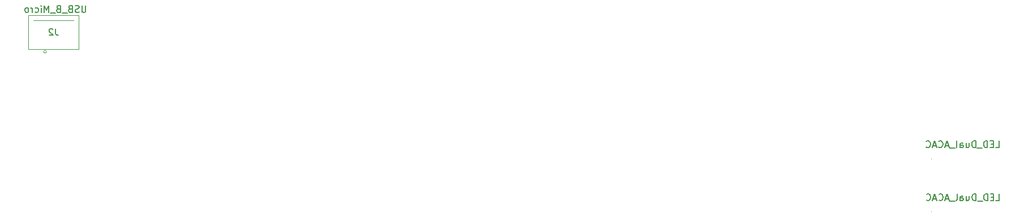
<source format=gbr>
%TF.GenerationSoftware,KiCad,Pcbnew,7.0.2-0*%
%TF.CreationDate,2023-12-20T15:00:36+01:00*%
%TF.ProjectId,A500KBMini,41353030-4b42-44d6-996e-692e6b696361,3*%
%TF.SameCoordinates,Original*%
%TF.FileFunction,AssemblyDrawing,Bot*%
%FSLAX46Y46*%
G04 Gerber Fmt 4.6, Leading zero omitted, Abs format (unit mm)*
G04 Created by KiCad (PCBNEW 7.0.2-0) date 2023-12-20 15:00:36*
%MOMM*%
%LPD*%
G01*
G04 APERTURE LIST*
%ADD10C,0.150000*%
%ADD11C,0.100000*%
G04 APERTURE END LIST*
D10*
%TO.C,J2*%
X324773809Y-220512619D02*
X324773809Y-221322142D01*
X324773809Y-221322142D02*
X324726190Y-221417380D01*
X324726190Y-221417380D02*
X324678571Y-221465000D01*
X324678571Y-221465000D02*
X324583333Y-221512619D01*
X324583333Y-221512619D02*
X324392857Y-221512619D01*
X324392857Y-221512619D02*
X324297619Y-221465000D01*
X324297619Y-221465000D02*
X324250000Y-221417380D01*
X324250000Y-221417380D02*
X324202381Y-221322142D01*
X324202381Y-221322142D02*
X324202381Y-220512619D01*
X323773809Y-221465000D02*
X323630952Y-221512619D01*
X323630952Y-221512619D02*
X323392857Y-221512619D01*
X323392857Y-221512619D02*
X323297619Y-221465000D01*
X323297619Y-221465000D02*
X323250000Y-221417380D01*
X323250000Y-221417380D02*
X323202381Y-221322142D01*
X323202381Y-221322142D02*
X323202381Y-221226904D01*
X323202381Y-221226904D02*
X323250000Y-221131666D01*
X323250000Y-221131666D02*
X323297619Y-221084047D01*
X323297619Y-221084047D02*
X323392857Y-221036428D01*
X323392857Y-221036428D02*
X323583333Y-220988809D01*
X323583333Y-220988809D02*
X323678571Y-220941190D01*
X323678571Y-220941190D02*
X323726190Y-220893571D01*
X323726190Y-220893571D02*
X323773809Y-220798333D01*
X323773809Y-220798333D02*
X323773809Y-220703095D01*
X323773809Y-220703095D02*
X323726190Y-220607857D01*
X323726190Y-220607857D02*
X323678571Y-220560238D01*
X323678571Y-220560238D02*
X323583333Y-220512619D01*
X323583333Y-220512619D02*
X323345238Y-220512619D01*
X323345238Y-220512619D02*
X323202381Y-220560238D01*
X322440476Y-220988809D02*
X322297619Y-221036428D01*
X322297619Y-221036428D02*
X322250000Y-221084047D01*
X322250000Y-221084047D02*
X322202381Y-221179285D01*
X322202381Y-221179285D02*
X322202381Y-221322142D01*
X322202381Y-221322142D02*
X322250000Y-221417380D01*
X322250000Y-221417380D02*
X322297619Y-221465000D01*
X322297619Y-221465000D02*
X322392857Y-221512619D01*
X322392857Y-221512619D02*
X322773809Y-221512619D01*
X322773809Y-221512619D02*
X322773809Y-220512619D01*
X322773809Y-220512619D02*
X322440476Y-220512619D01*
X322440476Y-220512619D02*
X322345238Y-220560238D01*
X322345238Y-220560238D02*
X322297619Y-220607857D01*
X322297619Y-220607857D02*
X322250000Y-220703095D01*
X322250000Y-220703095D02*
X322250000Y-220798333D01*
X322250000Y-220798333D02*
X322297619Y-220893571D01*
X322297619Y-220893571D02*
X322345238Y-220941190D01*
X322345238Y-220941190D02*
X322440476Y-220988809D01*
X322440476Y-220988809D02*
X322773809Y-220988809D01*
X322011905Y-221607857D02*
X321250000Y-221607857D01*
X320678571Y-220988809D02*
X320535714Y-221036428D01*
X320535714Y-221036428D02*
X320488095Y-221084047D01*
X320488095Y-221084047D02*
X320440476Y-221179285D01*
X320440476Y-221179285D02*
X320440476Y-221322142D01*
X320440476Y-221322142D02*
X320488095Y-221417380D01*
X320488095Y-221417380D02*
X320535714Y-221465000D01*
X320535714Y-221465000D02*
X320630952Y-221512619D01*
X320630952Y-221512619D02*
X321011904Y-221512619D01*
X321011904Y-221512619D02*
X321011904Y-220512619D01*
X321011904Y-220512619D02*
X320678571Y-220512619D01*
X320678571Y-220512619D02*
X320583333Y-220560238D01*
X320583333Y-220560238D02*
X320535714Y-220607857D01*
X320535714Y-220607857D02*
X320488095Y-220703095D01*
X320488095Y-220703095D02*
X320488095Y-220798333D01*
X320488095Y-220798333D02*
X320535714Y-220893571D01*
X320535714Y-220893571D02*
X320583333Y-220941190D01*
X320583333Y-220941190D02*
X320678571Y-220988809D01*
X320678571Y-220988809D02*
X321011904Y-220988809D01*
X320250000Y-221607857D02*
X319488095Y-221607857D01*
X319249999Y-221512619D02*
X319249999Y-220512619D01*
X319249999Y-220512619D02*
X318916666Y-221226904D01*
X318916666Y-221226904D02*
X318583333Y-220512619D01*
X318583333Y-220512619D02*
X318583333Y-221512619D01*
X318107142Y-221512619D02*
X318107142Y-220845952D01*
X318107142Y-220512619D02*
X318154761Y-220560238D01*
X318154761Y-220560238D02*
X318107142Y-220607857D01*
X318107142Y-220607857D02*
X318059523Y-220560238D01*
X318059523Y-220560238D02*
X318107142Y-220512619D01*
X318107142Y-220512619D02*
X318107142Y-220607857D01*
X317202381Y-221465000D02*
X317297619Y-221512619D01*
X317297619Y-221512619D02*
X317488095Y-221512619D01*
X317488095Y-221512619D02*
X317583333Y-221465000D01*
X317583333Y-221465000D02*
X317630952Y-221417380D01*
X317630952Y-221417380D02*
X317678571Y-221322142D01*
X317678571Y-221322142D02*
X317678571Y-221036428D01*
X317678571Y-221036428D02*
X317630952Y-220941190D01*
X317630952Y-220941190D02*
X317583333Y-220893571D01*
X317583333Y-220893571D02*
X317488095Y-220845952D01*
X317488095Y-220845952D02*
X317297619Y-220845952D01*
X317297619Y-220845952D02*
X317202381Y-220893571D01*
X316773809Y-221512619D02*
X316773809Y-220845952D01*
X316773809Y-221036428D02*
X316726190Y-220941190D01*
X316726190Y-220941190D02*
X316678571Y-220893571D01*
X316678571Y-220893571D02*
X316583333Y-220845952D01*
X316583333Y-220845952D02*
X316488095Y-220845952D01*
X316011904Y-221512619D02*
X316107142Y-221465000D01*
X316107142Y-221465000D02*
X316154761Y-221417380D01*
X316154761Y-221417380D02*
X316202380Y-221322142D01*
X316202380Y-221322142D02*
X316202380Y-221036428D01*
X316202380Y-221036428D02*
X316154761Y-220941190D01*
X316154761Y-220941190D02*
X316107142Y-220893571D01*
X316107142Y-220893571D02*
X316011904Y-220845952D01*
X316011904Y-220845952D02*
X315869047Y-220845952D01*
X315869047Y-220845952D02*
X315773809Y-220893571D01*
X315773809Y-220893571D02*
X315726190Y-220941190D01*
X315726190Y-220941190D02*
X315678571Y-221036428D01*
X315678571Y-221036428D02*
X315678571Y-221322142D01*
X315678571Y-221322142D02*
X315726190Y-221417380D01*
X315726190Y-221417380D02*
X315773809Y-221465000D01*
X315773809Y-221465000D02*
X315869047Y-221512619D01*
X315869047Y-221512619D02*
X316011904Y-221512619D01*
X320283333Y-223962619D02*
X320283333Y-224676904D01*
X320283333Y-224676904D02*
X320330952Y-224819761D01*
X320330952Y-224819761D02*
X320426190Y-224915000D01*
X320426190Y-224915000D02*
X320569047Y-224962619D01*
X320569047Y-224962619D02*
X320664285Y-224962619D01*
X319854761Y-224057857D02*
X319807142Y-224010238D01*
X319807142Y-224010238D02*
X319711904Y-223962619D01*
X319711904Y-223962619D02*
X319473809Y-223962619D01*
X319473809Y-223962619D02*
X319378571Y-224010238D01*
X319378571Y-224010238D02*
X319330952Y-224057857D01*
X319330952Y-224057857D02*
X319283333Y-224153095D01*
X319283333Y-224153095D02*
X319283333Y-224248333D01*
X319283333Y-224248333D02*
X319330952Y-224391190D01*
X319330952Y-224391190D02*
X319902380Y-224962619D01*
X319902380Y-224962619D02*
X319283333Y-224962619D01*
%TO.C,D4*%
X460907972Y-249721019D02*
X461384162Y-249721019D01*
X461384162Y-249721019D02*
X461384162Y-248721019D01*
X460574638Y-249197209D02*
X460241305Y-249197209D01*
X460098448Y-249721019D02*
X460574638Y-249721019D01*
X460574638Y-249721019D02*
X460574638Y-248721019D01*
X460574638Y-248721019D02*
X460098448Y-248721019D01*
X459669876Y-249721019D02*
X459669876Y-248721019D01*
X459669876Y-248721019D02*
X459431781Y-248721019D01*
X459431781Y-248721019D02*
X459288924Y-248768638D01*
X459288924Y-248768638D02*
X459193686Y-248863876D01*
X459193686Y-248863876D02*
X459146067Y-248959114D01*
X459146067Y-248959114D02*
X459098448Y-249149590D01*
X459098448Y-249149590D02*
X459098448Y-249292447D01*
X459098448Y-249292447D02*
X459146067Y-249482923D01*
X459146067Y-249482923D02*
X459193686Y-249578161D01*
X459193686Y-249578161D02*
X459288924Y-249673400D01*
X459288924Y-249673400D02*
X459431781Y-249721019D01*
X459431781Y-249721019D02*
X459669876Y-249721019D01*
X458907972Y-249816257D02*
X458146067Y-249816257D01*
X457907971Y-249721019D02*
X457907971Y-248721019D01*
X457907971Y-248721019D02*
X457669876Y-248721019D01*
X457669876Y-248721019D02*
X457527019Y-248768638D01*
X457527019Y-248768638D02*
X457431781Y-248863876D01*
X457431781Y-248863876D02*
X457384162Y-248959114D01*
X457384162Y-248959114D02*
X457336543Y-249149590D01*
X457336543Y-249149590D02*
X457336543Y-249292447D01*
X457336543Y-249292447D02*
X457384162Y-249482923D01*
X457384162Y-249482923D02*
X457431781Y-249578161D01*
X457431781Y-249578161D02*
X457527019Y-249673400D01*
X457527019Y-249673400D02*
X457669876Y-249721019D01*
X457669876Y-249721019D02*
X457907971Y-249721019D01*
X456479400Y-249054352D02*
X456479400Y-249721019D01*
X456907971Y-249054352D02*
X456907971Y-249578161D01*
X456907971Y-249578161D02*
X456860352Y-249673400D01*
X456860352Y-249673400D02*
X456765114Y-249721019D01*
X456765114Y-249721019D02*
X456622257Y-249721019D01*
X456622257Y-249721019D02*
X456527019Y-249673400D01*
X456527019Y-249673400D02*
X456479400Y-249625780D01*
X455574638Y-249721019D02*
X455574638Y-249197209D01*
X455574638Y-249197209D02*
X455622257Y-249101971D01*
X455622257Y-249101971D02*
X455717495Y-249054352D01*
X455717495Y-249054352D02*
X455907971Y-249054352D01*
X455907971Y-249054352D02*
X456003209Y-249101971D01*
X455574638Y-249673400D02*
X455669876Y-249721019D01*
X455669876Y-249721019D02*
X455907971Y-249721019D01*
X455907971Y-249721019D02*
X456003209Y-249673400D01*
X456003209Y-249673400D02*
X456050828Y-249578161D01*
X456050828Y-249578161D02*
X456050828Y-249482923D01*
X456050828Y-249482923D02*
X456003209Y-249387685D01*
X456003209Y-249387685D02*
X455907971Y-249340066D01*
X455907971Y-249340066D02*
X455669876Y-249340066D01*
X455669876Y-249340066D02*
X455574638Y-249292447D01*
X454955590Y-249721019D02*
X455050828Y-249673400D01*
X455050828Y-249673400D02*
X455098447Y-249578161D01*
X455098447Y-249578161D02*
X455098447Y-248721019D01*
X454812733Y-249816257D02*
X454050828Y-249816257D01*
X453860351Y-249435304D02*
X453384161Y-249435304D01*
X453955589Y-249721019D02*
X453622256Y-248721019D01*
X453622256Y-248721019D02*
X453288923Y-249721019D01*
X452384161Y-249625780D02*
X452431780Y-249673400D01*
X452431780Y-249673400D02*
X452574637Y-249721019D01*
X452574637Y-249721019D02*
X452669875Y-249721019D01*
X452669875Y-249721019D02*
X452812732Y-249673400D01*
X452812732Y-249673400D02*
X452907970Y-249578161D01*
X452907970Y-249578161D02*
X452955589Y-249482923D01*
X452955589Y-249482923D02*
X453003208Y-249292447D01*
X453003208Y-249292447D02*
X453003208Y-249149590D01*
X453003208Y-249149590D02*
X452955589Y-248959114D01*
X452955589Y-248959114D02*
X452907970Y-248863876D01*
X452907970Y-248863876D02*
X452812732Y-248768638D01*
X452812732Y-248768638D02*
X452669875Y-248721019D01*
X452669875Y-248721019D02*
X452574637Y-248721019D01*
X452574637Y-248721019D02*
X452431780Y-248768638D01*
X452431780Y-248768638D02*
X452384161Y-248816257D01*
X452003208Y-249435304D02*
X451527018Y-249435304D01*
X452098446Y-249721019D02*
X451765113Y-248721019D01*
X451765113Y-248721019D02*
X451431780Y-249721019D01*
X450527018Y-249625780D02*
X450574637Y-249673400D01*
X450574637Y-249673400D02*
X450717494Y-249721019D01*
X450717494Y-249721019D02*
X450812732Y-249721019D01*
X450812732Y-249721019D02*
X450955589Y-249673400D01*
X450955589Y-249673400D02*
X451050827Y-249578161D01*
X451050827Y-249578161D02*
X451098446Y-249482923D01*
X451098446Y-249482923D02*
X451146065Y-249292447D01*
X451146065Y-249292447D02*
X451146065Y-249149590D01*
X451146065Y-249149590D02*
X451098446Y-248959114D01*
X451098446Y-248959114D02*
X451050827Y-248863876D01*
X451050827Y-248863876D02*
X450955589Y-248768638D01*
X450955589Y-248768638D02*
X450812732Y-248721019D01*
X450812732Y-248721019D02*
X450717494Y-248721019D01*
X450717494Y-248721019D02*
X450574637Y-248768638D01*
X450574637Y-248768638D02*
X450527018Y-248816257D01*
%TO.C,D3*%
X460879812Y-241783519D02*
X461356002Y-241783519D01*
X461356002Y-241783519D02*
X461356002Y-240783519D01*
X460546478Y-241259709D02*
X460213145Y-241259709D01*
X460070288Y-241783519D02*
X460546478Y-241783519D01*
X460546478Y-241783519D02*
X460546478Y-240783519D01*
X460546478Y-240783519D02*
X460070288Y-240783519D01*
X459641716Y-241783519D02*
X459641716Y-240783519D01*
X459641716Y-240783519D02*
X459403621Y-240783519D01*
X459403621Y-240783519D02*
X459260764Y-240831138D01*
X459260764Y-240831138D02*
X459165526Y-240926376D01*
X459165526Y-240926376D02*
X459117907Y-241021614D01*
X459117907Y-241021614D02*
X459070288Y-241212090D01*
X459070288Y-241212090D02*
X459070288Y-241354947D01*
X459070288Y-241354947D02*
X459117907Y-241545423D01*
X459117907Y-241545423D02*
X459165526Y-241640661D01*
X459165526Y-241640661D02*
X459260764Y-241735900D01*
X459260764Y-241735900D02*
X459403621Y-241783519D01*
X459403621Y-241783519D02*
X459641716Y-241783519D01*
X458879812Y-241878757D02*
X458117907Y-241878757D01*
X457879811Y-241783519D02*
X457879811Y-240783519D01*
X457879811Y-240783519D02*
X457641716Y-240783519D01*
X457641716Y-240783519D02*
X457498859Y-240831138D01*
X457498859Y-240831138D02*
X457403621Y-240926376D01*
X457403621Y-240926376D02*
X457356002Y-241021614D01*
X457356002Y-241021614D02*
X457308383Y-241212090D01*
X457308383Y-241212090D02*
X457308383Y-241354947D01*
X457308383Y-241354947D02*
X457356002Y-241545423D01*
X457356002Y-241545423D02*
X457403621Y-241640661D01*
X457403621Y-241640661D02*
X457498859Y-241735900D01*
X457498859Y-241735900D02*
X457641716Y-241783519D01*
X457641716Y-241783519D02*
X457879811Y-241783519D01*
X456451240Y-241116852D02*
X456451240Y-241783519D01*
X456879811Y-241116852D02*
X456879811Y-241640661D01*
X456879811Y-241640661D02*
X456832192Y-241735900D01*
X456832192Y-241735900D02*
X456736954Y-241783519D01*
X456736954Y-241783519D02*
X456594097Y-241783519D01*
X456594097Y-241783519D02*
X456498859Y-241735900D01*
X456498859Y-241735900D02*
X456451240Y-241688280D01*
X455546478Y-241783519D02*
X455546478Y-241259709D01*
X455546478Y-241259709D02*
X455594097Y-241164471D01*
X455594097Y-241164471D02*
X455689335Y-241116852D01*
X455689335Y-241116852D02*
X455879811Y-241116852D01*
X455879811Y-241116852D02*
X455975049Y-241164471D01*
X455546478Y-241735900D02*
X455641716Y-241783519D01*
X455641716Y-241783519D02*
X455879811Y-241783519D01*
X455879811Y-241783519D02*
X455975049Y-241735900D01*
X455975049Y-241735900D02*
X456022668Y-241640661D01*
X456022668Y-241640661D02*
X456022668Y-241545423D01*
X456022668Y-241545423D02*
X455975049Y-241450185D01*
X455975049Y-241450185D02*
X455879811Y-241402566D01*
X455879811Y-241402566D02*
X455641716Y-241402566D01*
X455641716Y-241402566D02*
X455546478Y-241354947D01*
X454927430Y-241783519D02*
X455022668Y-241735900D01*
X455022668Y-241735900D02*
X455070287Y-241640661D01*
X455070287Y-241640661D02*
X455070287Y-240783519D01*
X454784573Y-241878757D02*
X454022668Y-241878757D01*
X453832191Y-241497804D02*
X453356001Y-241497804D01*
X453927429Y-241783519D02*
X453594096Y-240783519D01*
X453594096Y-240783519D02*
X453260763Y-241783519D01*
X452356001Y-241688280D02*
X452403620Y-241735900D01*
X452403620Y-241735900D02*
X452546477Y-241783519D01*
X452546477Y-241783519D02*
X452641715Y-241783519D01*
X452641715Y-241783519D02*
X452784572Y-241735900D01*
X452784572Y-241735900D02*
X452879810Y-241640661D01*
X452879810Y-241640661D02*
X452927429Y-241545423D01*
X452927429Y-241545423D02*
X452975048Y-241354947D01*
X452975048Y-241354947D02*
X452975048Y-241212090D01*
X452975048Y-241212090D02*
X452927429Y-241021614D01*
X452927429Y-241021614D02*
X452879810Y-240926376D01*
X452879810Y-240926376D02*
X452784572Y-240831138D01*
X452784572Y-240831138D02*
X452641715Y-240783519D01*
X452641715Y-240783519D02*
X452546477Y-240783519D01*
X452546477Y-240783519D02*
X452403620Y-240831138D01*
X452403620Y-240831138D02*
X452356001Y-240878757D01*
X451975048Y-241497804D02*
X451498858Y-241497804D01*
X452070286Y-241783519D02*
X451736953Y-240783519D01*
X451736953Y-240783519D02*
X451403620Y-241783519D01*
X450498858Y-241688280D02*
X450546477Y-241735900D01*
X450546477Y-241735900D02*
X450689334Y-241783519D01*
X450689334Y-241783519D02*
X450784572Y-241783519D01*
X450784572Y-241783519D02*
X450927429Y-241735900D01*
X450927429Y-241735900D02*
X451022667Y-241640661D01*
X451022667Y-241640661D02*
X451070286Y-241545423D01*
X451070286Y-241545423D02*
X451117905Y-241354947D01*
X451117905Y-241354947D02*
X451117905Y-241212090D01*
X451117905Y-241212090D02*
X451070286Y-241021614D01*
X451070286Y-241021614D02*
X451022667Y-240926376D01*
X451022667Y-240926376D02*
X450927429Y-240831138D01*
X450927429Y-240831138D02*
X450784572Y-240783519D01*
X450784572Y-240783519D02*
X450689334Y-240783519D01*
X450689334Y-240783519D02*
X450546477Y-240831138D01*
X450546477Y-240831138D02*
X450498858Y-240878757D01*
D11*
%TO.C,J2*%
X318850000Y-227510000D02*
X318850000Y-227300000D01*
X318450000Y-227510000D02*
X318450000Y-227300000D01*
X318450000Y-227510000D02*
X318850000Y-227510000D01*
X318850000Y-227300000D02*
X318650000Y-227100000D01*
X318650000Y-227100000D02*
X318450000Y-227300000D01*
X316200000Y-222000000D02*
X316200000Y-227000000D01*
X316200000Y-227000000D02*
X323700000Y-227000000D01*
X316200000Y-221998296D02*
X323700000Y-221998296D01*
X316950000Y-222698296D02*
X322950000Y-222698296D01*
X323700000Y-222000000D02*
X323700000Y-227000000D01*
%TO.C,D4*%
X451219400Y-251358400D02*
X451219400Y-251358400D01*
%TO.C,D3*%
X451191240Y-243420900D02*
X451191240Y-243420900D01*
%TD*%
M02*

</source>
